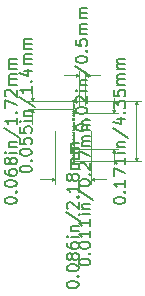
<source format=gbr>
%TF.GenerationSoftware,KiCad,Pcbnew,(6.0.9-0)*%
%TF.CreationDate,2022-12-01T16:18:30+01:00*%
%TF.ProjectId,Hlabs motor cotrol,486c6162-7320-46d6-9f74-6f7220636f74,rev?*%
%TF.SameCoordinates,Original*%
%TF.FileFunction,Other,Comment*%
%FSLAX46Y46*%
G04 Gerber Fmt 4.6, Leading zero omitted, Abs format (unit mm)*
G04 Created by KiCad (PCBNEW (6.0.9-0)) date 2022-12-01 16:18:30*
%MOMM*%
%LPD*%
G01*
G04 APERTURE LIST*
%ADD10C,0.150000*%
%ADD11C,0.002000*%
%ADD12C,0.100000*%
G04 APERTURE END LIST*
D10*
%TO.C,U1*%
X108852317Y-128511864D02*
X108852317Y-128416626D01*
X108899937Y-128321388D01*
X108947556Y-128273769D01*
X109042794Y-128226150D01*
X109233270Y-128178531D01*
X109471365Y-128178531D01*
X109661841Y-128226150D01*
X109757079Y-128273769D01*
X109804698Y-128321388D01*
X109852317Y-128416626D01*
X109852317Y-128511864D01*
X109804698Y-128607103D01*
X109757079Y-128654722D01*
X109661841Y-128702341D01*
X109471365Y-128749960D01*
X109233270Y-128749960D01*
X109042794Y-128702341D01*
X108947556Y-128654722D01*
X108899937Y-128607103D01*
X108852317Y-128511864D01*
X109757079Y-127749960D02*
X109804698Y-127702341D01*
X109852317Y-127749960D01*
X109804698Y-127797579D01*
X109757079Y-127749960D01*
X109852317Y-127749960D01*
X108852317Y-127083293D02*
X108852317Y-126988055D01*
X108899937Y-126892817D01*
X108947556Y-126845198D01*
X109042794Y-126797579D01*
X109233270Y-126749960D01*
X109471365Y-126749960D01*
X109661841Y-126797579D01*
X109757079Y-126845198D01*
X109804698Y-126892817D01*
X109852317Y-126988055D01*
X109852317Y-127083293D01*
X109804698Y-127178531D01*
X109757079Y-127226150D01*
X109661841Y-127273769D01*
X109471365Y-127321388D01*
X109233270Y-127321388D01*
X109042794Y-127273769D01*
X108947556Y-127226150D01*
X108899937Y-127178531D01*
X108852317Y-127083293D01*
X108852317Y-125845198D02*
X108852317Y-126321388D01*
X109328508Y-126369007D01*
X109280889Y-126321388D01*
X109233270Y-126226150D01*
X109233270Y-125988055D01*
X109280889Y-125892817D01*
X109328508Y-125845198D01*
X109423746Y-125797579D01*
X109661841Y-125797579D01*
X109757079Y-125845198D01*
X109804698Y-125892817D01*
X109852317Y-125988055D01*
X109852317Y-126226150D01*
X109804698Y-126321388D01*
X109757079Y-126369007D01*
X108852317Y-124892817D02*
X108852317Y-125369007D01*
X109328508Y-125416626D01*
X109280889Y-125369007D01*
X109233270Y-125273769D01*
X109233270Y-125035674D01*
X109280889Y-124940436D01*
X109328508Y-124892817D01*
X109423746Y-124845198D01*
X109661841Y-124845198D01*
X109757079Y-124892817D01*
X109804698Y-124940436D01*
X109852317Y-125035674D01*
X109852317Y-125273769D01*
X109804698Y-125369007D01*
X109757079Y-125416626D01*
X109852317Y-124416626D02*
X109185651Y-124416626D01*
X108852317Y-124416626D02*
X108899937Y-124464245D01*
X108947556Y-124416626D01*
X108899937Y-124369007D01*
X108852317Y-124416626D01*
X108947556Y-124416626D01*
X109185651Y-123940436D02*
X109852317Y-123940436D01*
X109280889Y-123940436D02*
X109233270Y-123892817D01*
X109185651Y-123797579D01*
X109185651Y-123654722D01*
X109233270Y-123559484D01*
X109328508Y-123511864D01*
X109852317Y-123511864D01*
X108804698Y-122321388D02*
X110090413Y-123178531D01*
X109852317Y-121464245D02*
X109852317Y-122035674D01*
X109852317Y-121749960D02*
X108852317Y-121749960D01*
X108995175Y-121845198D01*
X109090413Y-121940436D01*
X109138032Y-122035674D01*
X109757079Y-121035674D02*
X109804698Y-120988055D01*
X109852317Y-121035674D01*
X109804698Y-121083293D01*
X109757079Y-121035674D01*
X109852317Y-121035674D01*
X109185651Y-120130912D02*
X109852317Y-120130912D01*
X108804698Y-120369007D02*
X109518984Y-120607103D01*
X109518984Y-119988055D01*
X109852317Y-119607103D02*
X109185651Y-119607103D01*
X109280889Y-119607103D02*
X109233270Y-119559484D01*
X109185651Y-119464245D01*
X109185651Y-119321388D01*
X109233270Y-119226150D01*
X109328508Y-119178531D01*
X109852317Y-119178531D01*
X109328508Y-119178531D02*
X109233270Y-119130912D01*
X109185651Y-119035674D01*
X109185651Y-118892817D01*
X109233270Y-118797579D01*
X109328508Y-118749960D01*
X109852317Y-118749960D01*
X109852317Y-118273769D02*
X109185651Y-118273769D01*
X109280889Y-118273769D02*
X109233270Y-118226150D01*
X109185651Y-118130912D01*
X109185651Y-117988055D01*
X109233270Y-117892817D01*
X109328508Y-117845198D01*
X109852317Y-117845198D01*
X109328508Y-117845198D02*
X109233270Y-117797579D01*
X109185651Y-117702341D01*
X109185651Y-117559484D01*
X109233270Y-117464245D01*
X109328508Y-117416626D01*
X109852317Y-117416626D01*
X107582317Y-131163054D02*
X107582317Y-131067816D01*
X107629937Y-130972578D01*
X107677556Y-130924959D01*
X107772794Y-130877340D01*
X107963270Y-130829721D01*
X108201365Y-130829721D01*
X108391841Y-130877340D01*
X108487079Y-130924959D01*
X108534698Y-130972578D01*
X108582317Y-131067816D01*
X108582317Y-131163054D01*
X108534698Y-131258292D01*
X108487079Y-131305911D01*
X108391841Y-131353530D01*
X108201365Y-131401149D01*
X107963270Y-131401149D01*
X107772794Y-131353530D01*
X107677556Y-131305911D01*
X107629937Y-131258292D01*
X107582317Y-131163054D01*
X108487079Y-130401149D02*
X108534698Y-130353530D01*
X108582317Y-130401149D01*
X108534698Y-130448768D01*
X108487079Y-130401149D01*
X108582317Y-130401149D01*
X107582317Y-129734483D02*
X107582317Y-129639244D01*
X107629937Y-129544006D01*
X107677556Y-129496387D01*
X107772794Y-129448768D01*
X107963270Y-129401149D01*
X108201365Y-129401149D01*
X108391841Y-129448768D01*
X108487079Y-129496387D01*
X108534698Y-129544006D01*
X108582317Y-129639244D01*
X108582317Y-129734483D01*
X108534698Y-129829721D01*
X108487079Y-129877340D01*
X108391841Y-129924959D01*
X108201365Y-129972578D01*
X107963270Y-129972578D01*
X107772794Y-129924959D01*
X107677556Y-129877340D01*
X107629937Y-129829721D01*
X107582317Y-129734483D01*
X107582317Y-128544006D02*
X107582317Y-128734483D01*
X107629937Y-128829721D01*
X107677556Y-128877340D01*
X107820413Y-128972578D01*
X108010889Y-129020197D01*
X108391841Y-129020197D01*
X108487079Y-128972578D01*
X108534698Y-128924959D01*
X108582317Y-128829721D01*
X108582317Y-128639244D01*
X108534698Y-128544006D01*
X108487079Y-128496387D01*
X108391841Y-128448768D01*
X108153746Y-128448768D01*
X108058508Y-128496387D01*
X108010889Y-128544006D01*
X107963270Y-128639244D01*
X107963270Y-128829721D01*
X108010889Y-128924959D01*
X108058508Y-128972578D01*
X108153746Y-129020197D01*
X108010889Y-127877340D02*
X107963270Y-127972578D01*
X107915651Y-128020197D01*
X107820413Y-128067816D01*
X107772794Y-128067816D01*
X107677556Y-128020197D01*
X107629937Y-127972578D01*
X107582317Y-127877340D01*
X107582317Y-127686863D01*
X107629937Y-127591625D01*
X107677556Y-127544006D01*
X107772794Y-127496387D01*
X107820413Y-127496387D01*
X107915651Y-127544006D01*
X107963270Y-127591625D01*
X108010889Y-127686863D01*
X108010889Y-127877340D01*
X108058508Y-127972578D01*
X108106127Y-128020197D01*
X108201365Y-128067816D01*
X108391841Y-128067816D01*
X108487079Y-128020197D01*
X108534698Y-127972578D01*
X108582317Y-127877340D01*
X108582317Y-127686863D01*
X108534698Y-127591625D01*
X108487079Y-127544006D01*
X108391841Y-127496387D01*
X108201365Y-127496387D01*
X108106127Y-127544006D01*
X108058508Y-127591625D01*
X108010889Y-127686863D01*
X108582317Y-127067816D02*
X107915651Y-127067816D01*
X107582317Y-127067816D02*
X107629937Y-127115435D01*
X107677556Y-127067816D01*
X107629937Y-127020197D01*
X107582317Y-127067816D01*
X107677556Y-127067816D01*
X107915651Y-126591625D02*
X108582317Y-126591625D01*
X108010889Y-126591625D02*
X107963270Y-126544006D01*
X107915651Y-126448768D01*
X107915651Y-126305911D01*
X107963270Y-126210673D01*
X108058508Y-126163054D01*
X108582317Y-126163054D01*
X107534698Y-124972578D02*
X108820413Y-125829721D01*
X108582317Y-124115435D02*
X108582317Y-124686863D01*
X108582317Y-124401149D02*
X107582317Y-124401149D01*
X107725175Y-124496387D01*
X107820413Y-124591625D01*
X107868032Y-124686863D01*
X108487079Y-123686863D02*
X108534698Y-123639244D01*
X108582317Y-123686863D01*
X108534698Y-123734483D01*
X108487079Y-123686863D01*
X108582317Y-123686863D01*
X107582317Y-123305911D02*
X107582317Y-122639244D01*
X108582317Y-123067816D01*
X107677556Y-122305911D02*
X107629937Y-122258292D01*
X107582317Y-122163054D01*
X107582317Y-121924959D01*
X107629937Y-121829721D01*
X107677556Y-121782102D01*
X107772794Y-121734483D01*
X107868032Y-121734483D01*
X108010889Y-121782102D01*
X108582317Y-122353530D01*
X108582317Y-121734483D01*
X108582317Y-121305911D02*
X107915651Y-121305911D01*
X108010889Y-121305911D02*
X107963270Y-121258292D01*
X107915651Y-121163054D01*
X107915651Y-121020197D01*
X107963270Y-120924959D01*
X108058508Y-120877340D01*
X108582317Y-120877340D01*
X108058508Y-120877340D02*
X107963270Y-120829721D01*
X107915651Y-120734483D01*
X107915651Y-120591625D01*
X107963270Y-120496387D01*
X108058508Y-120448768D01*
X108582317Y-120448768D01*
X108582317Y-119972578D02*
X107915651Y-119972578D01*
X108010889Y-119972578D02*
X107963270Y-119924959D01*
X107915651Y-119829721D01*
X107915651Y-119686863D01*
X107963270Y-119591625D01*
X108058508Y-119544006D01*
X108582317Y-119544006D01*
X108058508Y-119544006D02*
X107963270Y-119496387D01*
X107915651Y-119401149D01*
X107915651Y-119258292D01*
X107963270Y-119163054D01*
X108058508Y-119115435D01*
X108582317Y-119115435D01*
X112815317Y-138301053D02*
X112815317Y-138205815D01*
X112862937Y-138110577D01*
X112910556Y-138062958D01*
X113005794Y-138015339D01*
X113196270Y-137967720D01*
X113434365Y-137967720D01*
X113624841Y-138015339D01*
X113720079Y-138062958D01*
X113767698Y-138110577D01*
X113815317Y-138205815D01*
X113815317Y-138301053D01*
X113767698Y-138396291D01*
X113720079Y-138443910D01*
X113624841Y-138491529D01*
X113434365Y-138539148D01*
X113196270Y-138539148D01*
X113005794Y-138491529D01*
X112910556Y-138443910D01*
X112862937Y-138396291D01*
X112815317Y-138301053D01*
X113720079Y-137539148D02*
X113767698Y-137491529D01*
X113815317Y-137539148D01*
X113767698Y-137586767D01*
X113720079Y-137539148D01*
X113815317Y-137539148D01*
X112815317Y-136872482D02*
X112815317Y-136777243D01*
X112862937Y-136682005D01*
X112910556Y-136634386D01*
X113005794Y-136586767D01*
X113196270Y-136539148D01*
X113434365Y-136539148D01*
X113624841Y-136586767D01*
X113720079Y-136634386D01*
X113767698Y-136682005D01*
X113815317Y-136777243D01*
X113815317Y-136872482D01*
X113767698Y-136967720D01*
X113720079Y-137015339D01*
X113624841Y-137062958D01*
X113434365Y-137110577D01*
X113196270Y-137110577D01*
X113005794Y-137062958D01*
X112910556Y-137015339D01*
X112862937Y-136967720D01*
X112815317Y-136872482D01*
X113243889Y-135967720D02*
X113196270Y-136062958D01*
X113148651Y-136110577D01*
X113053413Y-136158196D01*
X113005794Y-136158196D01*
X112910556Y-136110577D01*
X112862937Y-136062958D01*
X112815317Y-135967720D01*
X112815317Y-135777243D01*
X112862937Y-135682005D01*
X112910556Y-135634386D01*
X113005794Y-135586767D01*
X113053413Y-135586767D01*
X113148651Y-135634386D01*
X113196270Y-135682005D01*
X113243889Y-135777243D01*
X113243889Y-135967720D01*
X113291508Y-136062958D01*
X113339127Y-136110577D01*
X113434365Y-136158196D01*
X113624841Y-136158196D01*
X113720079Y-136110577D01*
X113767698Y-136062958D01*
X113815317Y-135967720D01*
X113815317Y-135777243D01*
X113767698Y-135682005D01*
X113720079Y-135634386D01*
X113624841Y-135586767D01*
X113434365Y-135586767D01*
X113339127Y-135634386D01*
X113291508Y-135682005D01*
X113243889Y-135777243D01*
X112815317Y-134729624D02*
X112815317Y-134920101D01*
X112862937Y-135015339D01*
X112910556Y-135062958D01*
X113053413Y-135158196D01*
X113243889Y-135205815D01*
X113624841Y-135205815D01*
X113720079Y-135158196D01*
X113767698Y-135110577D01*
X113815317Y-135015339D01*
X113815317Y-134824862D01*
X113767698Y-134729624D01*
X113720079Y-134682005D01*
X113624841Y-134634386D01*
X113386746Y-134634386D01*
X113291508Y-134682005D01*
X113243889Y-134729624D01*
X113196270Y-134824862D01*
X113196270Y-135015339D01*
X113243889Y-135110577D01*
X113291508Y-135158196D01*
X113386746Y-135205815D01*
X113815317Y-134205815D02*
X113148651Y-134205815D01*
X112815317Y-134205815D02*
X112862937Y-134253434D01*
X112910556Y-134205815D01*
X112862937Y-134158196D01*
X112815317Y-134205815D01*
X112910556Y-134205815D01*
X113148651Y-133729624D02*
X113815317Y-133729624D01*
X113243889Y-133729624D02*
X113196270Y-133682005D01*
X113148651Y-133586767D01*
X113148651Y-133443910D01*
X113196270Y-133348672D01*
X113291508Y-133301053D01*
X113815317Y-133301053D01*
X112767698Y-132110577D02*
X114053413Y-132967720D01*
X112910556Y-131824862D02*
X112862937Y-131777243D01*
X112815317Y-131682005D01*
X112815317Y-131443910D01*
X112862937Y-131348672D01*
X112910556Y-131301053D01*
X113005794Y-131253434D01*
X113101032Y-131253434D01*
X113243889Y-131301053D01*
X113815317Y-131872482D01*
X113815317Y-131253434D01*
X113720079Y-130824862D02*
X113767698Y-130777243D01*
X113815317Y-130824862D01*
X113767698Y-130872482D01*
X113720079Y-130824862D01*
X113815317Y-130824862D01*
X113815317Y-129824862D02*
X113815317Y-130396291D01*
X113815317Y-130110577D02*
X112815317Y-130110577D01*
X112958175Y-130205815D01*
X113053413Y-130301053D01*
X113101032Y-130396291D01*
X113243889Y-129253434D02*
X113196270Y-129348672D01*
X113148651Y-129396291D01*
X113053413Y-129443910D01*
X113005794Y-129443910D01*
X112910556Y-129396291D01*
X112862937Y-129348672D01*
X112815317Y-129253434D01*
X112815317Y-129062958D01*
X112862937Y-128967720D01*
X112910556Y-128920101D01*
X113005794Y-128872482D01*
X113053413Y-128872482D01*
X113148651Y-128920101D01*
X113196270Y-128967720D01*
X113243889Y-129062958D01*
X113243889Y-129253434D01*
X113291508Y-129348672D01*
X113339127Y-129396291D01*
X113434365Y-129443910D01*
X113624841Y-129443910D01*
X113720079Y-129396291D01*
X113767698Y-129348672D01*
X113815317Y-129253434D01*
X113815317Y-129062958D01*
X113767698Y-128967720D01*
X113720079Y-128920101D01*
X113624841Y-128872482D01*
X113434365Y-128872482D01*
X113339127Y-128920101D01*
X113291508Y-128967720D01*
X113243889Y-129062958D01*
X113815317Y-128443910D02*
X113148651Y-128443910D01*
X113243889Y-128443910D02*
X113196270Y-128396291D01*
X113148651Y-128301053D01*
X113148651Y-128158196D01*
X113196270Y-128062958D01*
X113291508Y-128015339D01*
X113815317Y-128015339D01*
X113291508Y-128015339D02*
X113196270Y-127967720D01*
X113148651Y-127872482D01*
X113148651Y-127729624D01*
X113196270Y-127634386D01*
X113291508Y-127586767D01*
X113815317Y-127586767D01*
X113815317Y-127110577D02*
X113148651Y-127110577D01*
X113243889Y-127110577D02*
X113196270Y-127062958D01*
X113148651Y-126967720D01*
X113148651Y-126824862D01*
X113196270Y-126729624D01*
X113291508Y-126682005D01*
X113815317Y-126682005D01*
X113291508Y-126682005D02*
X113196270Y-126634386D01*
X113148651Y-126539148D01*
X113148651Y-126396291D01*
X113196270Y-126301053D01*
X113291508Y-126253434D01*
X113815317Y-126253434D01*
X113815317Y-136386053D02*
X113815317Y-136290815D01*
X113862937Y-136195577D01*
X113910556Y-136147958D01*
X114005794Y-136100339D01*
X114196270Y-136052720D01*
X114434365Y-136052720D01*
X114624841Y-136100339D01*
X114720079Y-136147958D01*
X114767698Y-136195577D01*
X114815317Y-136290815D01*
X114815317Y-136386053D01*
X114767698Y-136481291D01*
X114720079Y-136528910D01*
X114624841Y-136576529D01*
X114434365Y-136624148D01*
X114196270Y-136624148D01*
X114005794Y-136576529D01*
X113910556Y-136528910D01*
X113862937Y-136481291D01*
X113815317Y-136386053D01*
X114720079Y-135624148D02*
X114767698Y-135576529D01*
X114815317Y-135624148D01*
X114767698Y-135671767D01*
X114720079Y-135624148D01*
X114815317Y-135624148D01*
X113815317Y-134957482D02*
X113815317Y-134862243D01*
X113862937Y-134767005D01*
X113910556Y-134719386D01*
X114005794Y-134671767D01*
X114196270Y-134624148D01*
X114434365Y-134624148D01*
X114624841Y-134671767D01*
X114720079Y-134719386D01*
X114767698Y-134767005D01*
X114815317Y-134862243D01*
X114815317Y-134957482D01*
X114767698Y-135052720D01*
X114720079Y-135100339D01*
X114624841Y-135147958D01*
X114434365Y-135195577D01*
X114196270Y-135195577D01*
X114005794Y-135147958D01*
X113910556Y-135100339D01*
X113862937Y-135052720D01*
X113815317Y-134957482D01*
X114815317Y-133671767D02*
X114815317Y-134243196D01*
X114815317Y-133957482D02*
X113815317Y-133957482D01*
X113958175Y-134052720D01*
X114053413Y-134147958D01*
X114101032Y-134243196D01*
X114815317Y-132719386D02*
X114815317Y-133290815D01*
X114815317Y-133005101D02*
X113815317Y-133005101D01*
X113958175Y-133100339D01*
X114053413Y-133195577D01*
X114101032Y-133290815D01*
X114815317Y-132290815D02*
X114148651Y-132290815D01*
X113815317Y-132290815D02*
X113862937Y-132338434D01*
X113910556Y-132290815D01*
X113862937Y-132243196D01*
X113815317Y-132290815D01*
X113910556Y-132290815D01*
X114148651Y-131814624D02*
X114815317Y-131814624D01*
X114243889Y-131814624D02*
X114196270Y-131767005D01*
X114148651Y-131671767D01*
X114148651Y-131528910D01*
X114196270Y-131433672D01*
X114291508Y-131386053D01*
X114815317Y-131386053D01*
X113767698Y-130195577D02*
X115053413Y-131052720D01*
X113815317Y-129671767D02*
X113815317Y-129576529D01*
X113862937Y-129481291D01*
X113910556Y-129433672D01*
X114005794Y-129386053D01*
X114196270Y-129338434D01*
X114434365Y-129338434D01*
X114624841Y-129386053D01*
X114720079Y-129433672D01*
X114767698Y-129481291D01*
X114815317Y-129576529D01*
X114815317Y-129671767D01*
X114767698Y-129767005D01*
X114720079Y-129814624D01*
X114624841Y-129862243D01*
X114434365Y-129909862D01*
X114196270Y-129909862D01*
X114005794Y-129862243D01*
X113910556Y-129814624D01*
X113862937Y-129767005D01*
X113815317Y-129671767D01*
X114720079Y-128909862D02*
X114767698Y-128862243D01*
X114815317Y-128909862D01*
X114767698Y-128957482D01*
X114720079Y-128909862D01*
X114815317Y-128909862D01*
X113910556Y-128481291D02*
X113862937Y-128433672D01*
X113815317Y-128338434D01*
X113815317Y-128100339D01*
X113862937Y-128005101D01*
X113910556Y-127957482D01*
X114005794Y-127909862D01*
X114101032Y-127909862D01*
X114243889Y-127957482D01*
X114815317Y-128528910D01*
X114815317Y-127909862D01*
X113815317Y-127576529D02*
X113815317Y-126909862D01*
X114815317Y-127338434D01*
X114815317Y-126528910D02*
X114148651Y-126528910D01*
X114243889Y-126528910D02*
X114196270Y-126481291D01*
X114148651Y-126386053D01*
X114148651Y-126243196D01*
X114196270Y-126147958D01*
X114291508Y-126100339D01*
X114815317Y-126100339D01*
X114291508Y-126100339D02*
X114196270Y-126052720D01*
X114148651Y-125957482D01*
X114148651Y-125814624D01*
X114196270Y-125719386D01*
X114291508Y-125671767D01*
X114815317Y-125671767D01*
X114815317Y-125195577D02*
X114148651Y-125195577D01*
X114243889Y-125195577D02*
X114196270Y-125147958D01*
X114148651Y-125052720D01*
X114148651Y-124909862D01*
X114196270Y-124814624D01*
X114291508Y-124767005D01*
X114815317Y-124767005D01*
X114291508Y-124767005D02*
X114196270Y-124719386D01*
X114148651Y-124624148D01*
X114148651Y-124481291D01*
X114196270Y-124386053D01*
X114291508Y-124338434D01*
X114815317Y-124338434D01*
X116778317Y-131163054D02*
X116778317Y-131067816D01*
X116825937Y-130972578D01*
X116873556Y-130924959D01*
X116968794Y-130877340D01*
X117159270Y-130829721D01*
X117397365Y-130829721D01*
X117587841Y-130877340D01*
X117683079Y-130924959D01*
X117730698Y-130972578D01*
X117778317Y-131067816D01*
X117778317Y-131163054D01*
X117730698Y-131258292D01*
X117683079Y-131305911D01*
X117587841Y-131353530D01*
X117397365Y-131401149D01*
X117159270Y-131401149D01*
X116968794Y-131353530D01*
X116873556Y-131305911D01*
X116825937Y-131258292D01*
X116778317Y-131163054D01*
X117683079Y-130401149D02*
X117730698Y-130353530D01*
X117778317Y-130401149D01*
X117730698Y-130448768D01*
X117683079Y-130401149D01*
X117778317Y-130401149D01*
X117778317Y-129401149D02*
X117778317Y-129972578D01*
X117778317Y-129686863D02*
X116778317Y-129686863D01*
X116921175Y-129782102D01*
X117016413Y-129877340D01*
X117064032Y-129972578D01*
X116778317Y-129067816D02*
X116778317Y-128401149D01*
X117778317Y-128829721D01*
X117778317Y-127496387D02*
X117778317Y-128067816D01*
X117778317Y-127782102D02*
X116778317Y-127782102D01*
X116921175Y-127877340D01*
X117016413Y-127972578D01*
X117064032Y-128067816D01*
X117778317Y-127067816D02*
X117111651Y-127067816D01*
X116778317Y-127067816D02*
X116825937Y-127115435D01*
X116873556Y-127067816D01*
X116825937Y-127020197D01*
X116778317Y-127067816D01*
X116873556Y-127067816D01*
X117111651Y-126591625D02*
X117778317Y-126591625D01*
X117206889Y-126591625D02*
X117159270Y-126544006D01*
X117111651Y-126448768D01*
X117111651Y-126305911D01*
X117159270Y-126210673D01*
X117254508Y-126163054D01*
X117778317Y-126163054D01*
X116730698Y-124972578D02*
X118016413Y-125829721D01*
X117111651Y-124210673D02*
X117778317Y-124210673D01*
X116730698Y-124448768D02*
X117444984Y-124686863D01*
X117444984Y-124067816D01*
X117683079Y-123686863D02*
X117730698Y-123639244D01*
X117778317Y-123686863D01*
X117730698Y-123734483D01*
X117683079Y-123686863D01*
X117778317Y-123686863D01*
X116778317Y-123305911D02*
X116778317Y-122686863D01*
X117159270Y-123020197D01*
X117159270Y-122877340D01*
X117206889Y-122782102D01*
X117254508Y-122734483D01*
X117349746Y-122686863D01*
X117587841Y-122686863D01*
X117683079Y-122734483D01*
X117730698Y-122782102D01*
X117778317Y-122877340D01*
X117778317Y-123163054D01*
X117730698Y-123258292D01*
X117683079Y-123305911D01*
X116778317Y-121782102D02*
X116778317Y-122258292D01*
X117254508Y-122305911D01*
X117206889Y-122258292D01*
X117159270Y-122163054D01*
X117159270Y-121924959D01*
X117206889Y-121829721D01*
X117254508Y-121782102D01*
X117349746Y-121734483D01*
X117587841Y-121734483D01*
X117683079Y-121782102D01*
X117730698Y-121829721D01*
X117778317Y-121924959D01*
X117778317Y-122163054D01*
X117730698Y-122258292D01*
X117683079Y-122305911D01*
X117778317Y-121305911D02*
X117111651Y-121305911D01*
X117206889Y-121305911D02*
X117159270Y-121258292D01*
X117111651Y-121163054D01*
X117111651Y-121020197D01*
X117159270Y-120924959D01*
X117254508Y-120877340D01*
X117778317Y-120877340D01*
X117254508Y-120877340D02*
X117159270Y-120829721D01*
X117111651Y-120734483D01*
X117111651Y-120591625D01*
X117159270Y-120496387D01*
X117254508Y-120448768D01*
X117778317Y-120448768D01*
X117778317Y-119972578D02*
X117111651Y-119972578D01*
X117206889Y-119972578D02*
X117159270Y-119924959D01*
X117111651Y-119829721D01*
X117111651Y-119686863D01*
X117159270Y-119591625D01*
X117254508Y-119544006D01*
X117778317Y-119544006D01*
X117254508Y-119544006D02*
X117159270Y-119496387D01*
X117111651Y-119401149D01*
X117111651Y-119258292D01*
X117159270Y-119163054D01*
X117254508Y-119115435D01*
X117778317Y-119115435D01*
X113565317Y-124987674D02*
X113565317Y-124892436D01*
X113612937Y-124797198D01*
X113660556Y-124749579D01*
X113755794Y-124701960D01*
X113946270Y-124654341D01*
X114184365Y-124654341D01*
X114374841Y-124701960D01*
X114470079Y-124749579D01*
X114517698Y-124797198D01*
X114565317Y-124892436D01*
X114565317Y-124987674D01*
X114517698Y-125082912D01*
X114470079Y-125130531D01*
X114374841Y-125178150D01*
X114184365Y-125225769D01*
X113946270Y-125225769D01*
X113755794Y-125178150D01*
X113660556Y-125130531D01*
X113612937Y-125082912D01*
X113565317Y-124987674D01*
X114470079Y-124225769D02*
X114517698Y-124178150D01*
X114565317Y-124225769D01*
X114517698Y-124273388D01*
X114470079Y-124225769D01*
X114565317Y-124225769D01*
X113565317Y-123559103D02*
X113565317Y-123463864D01*
X113612937Y-123368626D01*
X113660556Y-123321007D01*
X113755794Y-123273388D01*
X113946270Y-123225769D01*
X114184365Y-123225769D01*
X114374841Y-123273388D01*
X114470079Y-123321007D01*
X114517698Y-123368626D01*
X114565317Y-123463864D01*
X114565317Y-123559103D01*
X114517698Y-123654341D01*
X114470079Y-123701960D01*
X114374841Y-123749579D01*
X114184365Y-123797198D01*
X113946270Y-123797198D01*
X113755794Y-123749579D01*
X113660556Y-123701960D01*
X113612937Y-123654341D01*
X113565317Y-123559103D01*
X113660556Y-122844817D02*
X113612937Y-122797198D01*
X113565317Y-122701960D01*
X113565317Y-122463864D01*
X113612937Y-122368626D01*
X113660556Y-122321007D01*
X113755794Y-122273388D01*
X113851032Y-122273388D01*
X113993889Y-122321007D01*
X114565317Y-122892436D01*
X114565317Y-122273388D01*
X114565317Y-121844817D02*
X113898651Y-121844817D01*
X113565317Y-121844817D02*
X113612937Y-121892436D01*
X113660556Y-121844817D01*
X113612937Y-121797198D01*
X113565317Y-121844817D01*
X113660556Y-121844817D01*
X113898651Y-121368626D02*
X114565317Y-121368626D01*
X113993889Y-121368626D02*
X113946270Y-121321007D01*
X113898651Y-121225769D01*
X113898651Y-121082912D01*
X113946270Y-120987674D01*
X114041508Y-120940055D01*
X114565317Y-120940055D01*
X113517698Y-119749579D02*
X114803413Y-120606722D01*
X113565317Y-119225769D02*
X113565317Y-119130531D01*
X113612937Y-119035293D01*
X113660556Y-118987674D01*
X113755794Y-118940055D01*
X113946270Y-118892436D01*
X114184365Y-118892436D01*
X114374841Y-118940055D01*
X114470079Y-118987674D01*
X114517698Y-119035293D01*
X114565317Y-119130531D01*
X114565317Y-119225769D01*
X114517698Y-119321007D01*
X114470079Y-119368626D01*
X114374841Y-119416245D01*
X114184365Y-119463864D01*
X113946270Y-119463864D01*
X113755794Y-119416245D01*
X113660556Y-119368626D01*
X113612937Y-119321007D01*
X113565317Y-119225769D01*
X114470079Y-118463864D02*
X114517698Y-118416245D01*
X114565317Y-118463864D01*
X114517698Y-118511484D01*
X114470079Y-118463864D01*
X114565317Y-118463864D01*
X113565317Y-117511484D02*
X113565317Y-117987674D01*
X114041508Y-118035293D01*
X113993889Y-117987674D01*
X113946270Y-117892436D01*
X113946270Y-117654341D01*
X113993889Y-117559103D01*
X114041508Y-117511484D01*
X114136746Y-117463864D01*
X114374841Y-117463864D01*
X114470079Y-117511484D01*
X114517698Y-117559103D01*
X114565317Y-117654341D01*
X114565317Y-117892436D01*
X114517698Y-117987674D01*
X114470079Y-118035293D01*
X114565317Y-117035293D02*
X113898651Y-117035293D01*
X113993889Y-117035293D02*
X113946270Y-116987674D01*
X113898651Y-116892436D01*
X113898651Y-116749579D01*
X113946270Y-116654341D01*
X114041508Y-116606722D01*
X114565317Y-116606722D01*
X114041508Y-116606722D02*
X113946270Y-116559103D01*
X113898651Y-116463864D01*
X113898651Y-116321007D01*
X113946270Y-116225769D01*
X114041508Y-116178150D01*
X114565317Y-116178150D01*
X114565317Y-115701960D02*
X113898651Y-115701960D01*
X113993889Y-115701960D02*
X113946270Y-115654341D01*
X113898651Y-115559103D01*
X113898651Y-115416245D01*
X113946270Y-115321007D01*
X114041508Y-115273388D01*
X114565317Y-115273388D01*
X114041508Y-115273388D02*
X113946270Y-115225769D01*
X113898651Y-115130531D01*
X113898651Y-114987674D01*
X113946270Y-114892436D01*
X114041508Y-114844817D01*
X114565317Y-114844817D01*
D11*
X113408294Y-127880316D02*
X113414341Y-127886363D01*
X113420389Y-127904506D01*
X113420389Y-127916602D01*
X113414341Y-127934744D01*
X113402246Y-127946840D01*
X113390151Y-127952887D01*
X113365960Y-127958935D01*
X113347817Y-127958935D01*
X113323627Y-127952887D01*
X113311532Y-127946840D01*
X113299437Y-127934744D01*
X113293389Y-127916602D01*
X113293389Y-127904506D01*
X113299437Y-127886363D01*
X113305484Y-127880316D01*
X113420389Y-127807744D02*
X113414341Y-127819840D01*
X113408294Y-127825887D01*
X113396198Y-127831935D01*
X113359913Y-127831935D01*
X113347817Y-127825887D01*
X113341770Y-127819840D01*
X113335722Y-127807744D01*
X113335722Y-127789602D01*
X113341770Y-127777506D01*
X113347817Y-127771459D01*
X113359913Y-127765411D01*
X113396198Y-127765411D01*
X113408294Y-127771459D01*
X113414341Y-127777506D01*
X113420389Y-127789602D01*
X113420389Y-127807744D01*
X113335722Y-127710983D02*
X113462722Y-127710983D01*
X113341770Y-127710983D02*
X113335722Y-127698887D01*
X113335722Y-127674697D01*
X113341770Y-127662602D01*
X113347817Y-127656554D01*
X113359913Y-127650506D01*
X113396198Y-127650506D01*
X113408294Y-127656554D01*
X113414341Y-127662602D01*
X113420389Y-127674697D01*
X113420389Y-127698887D01*
X113414341Y-127710983D01*
X113335722Y-127608173D02*
X113420389Y-127577935D01*
X113335722Y-127547697D02*
X113420389Y-127577935D01*
X113450627Y-127590030D01*
X113456675Y-127596078D01*
X113462722Y-127608173D01*
X113420389Y-127499316D02*
X113335722Y-127499316D01*
X113359913Y-127499316D02*
X113347817Y-127493268D01*
X113341770Y-127487221D01*
X113335722Y-127475125D01*
X113335722Y-127463030D01*
X113420389Y-127420697D02*
X113335722Y-127420697D01*
X113293389Y-127420697D02*
X113299437Y-127426744D01*
X113305484Y-127420697D01*
X113299437Y-127414649D01*
X113293389Y-127420697D01*
X113305484Y-127420697D01*
X113335722Y-127305792D02*
X113438532Y-127305792D01*
X113450627Y-127311840D01*
X113456675Y-127317887D01*
X113462722Y-127329983D01*
X113462722Y-127348125D01*
X113456675Y-127360221D01*
X113414341Y-127305792D02*
X113420389Y-127317887D01*
X113420389Y-127342078D01*
X113414341Y-127354173D01*
X113408294Y-127360221D01*
X113396198Y-127366268D01*
X113359913Y-127366268D01*
X113347817Y-127360221D01*
X113341770Y-127354173D01*
X113335722Y-127342078D01*
X113335722Y-127317887D01*
X113341770Y-127305792D01*
X113420389Y-127245316D02*
X113293389Y-127245316D01*
X113420389Y-127190887D02*
X113353865Y-127190887D01*
X113341770Y-127196935D01*
X113335722Y-127209030D01*
X113335722Y-127227173D01*
X113341770Y-127239268D01*
X113347817Y-127245316D01*
X113335722Y-127148554D02*
X113335722Y-127100173D01*
X113293389Y-127130411D02*
X113402246Y-127130411D01*
X113414341Y-127124363D01*
X113420389Y-127112268D01*
X113420389Y-127100173D01*
X113305484Y-126967125D02*
X113299437Y-126961078D01*
X113293389Y-126948983D01*
X113293389Y-126918744D01*
X113299437Y-126906649D01*
X113305484Y-126900602D01*
X113317579Y-126894554D01*
X113329675Y-126894554D01*
X113347817Y-126900602D01*
X113420389Y-126973173D01*
X113420389Y-126894554D01*
X113293389Y-126815935D02*
X113293389Y-126803840D01*
X113299437Y-126791744D01*
X113305484Y-126785697D01*
X113317579Y-126779649D01*
X113341770Y-126773602D01*
X113372008Y-126773602D01*
X113396198Y-126779649D01*
X113408294Y-126785697D01*
X113414341Y-126791744D01*
X113420389Y-126803840D01*
X113420389Y-126815935D01*
X113414341Y-126828030D01*
X113408294Y-126834078D01*
X113396198Y-126840125D01*
X113372008Y-126846173D01*
X113341770Y-126846173D01*
X113317579Y-126840125D01*
X113305484Y-126834078D01*
X113299437Y-126828030D01*
X113293389Y-126815935D01*
X113305484Y-126725221D02*
X113299437Y-126719173D01*
X113293389Y-126707078D01*
X113293389Y-126676840D01*
X113299437Y-126664744D01*
X113305484Y-126658697D01*
X113317579Y-126652649D01*
X113329675Y-126652649D01*
X113347817Y-126658697D01*
X113420389Y-126731268D01*
X113420389Y-126652649D01*
X113420389Y-126531697D02*
X113420389Y-126604268D01*
X113420389Y-126567983D02*
X113293389Y-126567983D01*
X113311532Y-126580078D01*
X113323627Y-126592173D01*
X113329675Y-126604268D01*
X113384103Y-126386554D02*
X113384103Y-126326078D01*
X113420389Y-126398649D02*
X113293389Y-126356316D01*
X113420389Y-126313983D01*
X113414341Y-126217221D02*
X113420389Y-126229316D01*
X113420389Y-126253506D01*
X113414341Y-126265602D01*
X113408294Y-126271649D01*
X113396198Y-126277697D01*
X113359913Y-126277697D01*
X113347817Y-126271649D01*
X113341770Y-126265602D01*
X113335722Y-126253506D01*
X113335722Y-126229316D01*
X113341770Y-126217221D01*
X113414341Y-126108363D02*
X113420389Y-126120459D01*
X113420389Y-126144649D01*
X113414341Y-126156744D01*
X113408294Y-126162792D01*
X113396198Y-126168840D01*
X113359913Y-126168840D01*
X113347817Y-126162792D01*
X113341770Y-126156744D01*
X113335722Y-126144649D01*
X113335722Y-126120459D01*
X113341770Y-126108363D01*
X113414341Y-126005554D02*
X113420389Y-126017649D01*
X113420389Y-126041840D01*
X113414341Y-126053935D01*
X113402246Y-126059983D01*
X113353865Y-126059983D01*
X113341770Y-126053935D01*
X113335722Y-126041840D01*
X113335722Y-126017649D01*
X113341770Y-126005554D01*
X113353865Y-125999506D01*
X113365960Y-125999506D01*
X113378056Y-126059983D01*
X113420389Y-125926935D02*
X113414341Y-125939030D01*
X113402246Y-125945078D01*
X113293389Y-125945078D01*
X113414341Y-125830173D02*
X113420389Y-125842268D01*
X113420389Y-125866459D01*
X113414341Y-125878554D01*
X113402246Y-125884602D01*
X113353865Y-125884602D01*
X113341770Y-125878554D01*
X113335722Y-125866459D01*
X113335722Y-125842268D01*
X113341770Y-125830173D01*
X113353865Y-125824125D01*
X113365960Y-125824125D01*
X113378056Y-125884602D01*
X113420389Y-125769697D02*
X113335722Y-125769697D01*
X113359913Y-125769697D02*
X113347817Y-125763649D01*
X113341770Y-125757602D01*
X113335722Y-125745506D01*
X113335722Y-125733411D01*
X113420389Y-125636649D02*
X113353865Y-125636649D01*
X113341770Y-125642697D01*
X113335722Y-125654792D01*
X113335722Y-125678983D01*
X113341770Y-125691078D01*
X113414341Y-125636649D02*
X113420389Y-125648744D01*
X113420389Y-125678983D01*
X113414341Y-125691078D01*
X113402246Y-125697125D01*
X113390151Y-125697125D01*
X113378056Y-125691078D01*
X113372008Y-125678983D01*
X113372008Y-125648744D01*
X113365960Y-125636649D01*
X113335722Y-125594316D02*
X113335722Y-125545935D01*
X113293389Y-125576173D02*
X113402246Y-125576173D01*
X113414341Y-125570125D01*
X113420389Y-125558030D01*
X113420389Y-125545935D01*
X113414341Y-125455221D02*
X113420389Y-125467316D01*
X113420389Y-125491506D01*
X113414341Y-125503602D01*
X113402246Y-125509649D01*
X113353865Y-125509649D01*
X113341770Y-125503602D01*
X113335722Y-125491506D01*
X113335722Y-125467316D01*
X113341770Y-125455221D01*
X113353865Y-125449173D01*
X113365960Y-125449173D01*
X113378056Y-125509649D01*
X113420389Y-125340316D02*
X113293389Y-125340316D01*
X113414341Y-125340316D02*
X113420389Y-125352411D01*
X113420389Y-125376602D01*
X113414341Y-125388697D01*
X113408294Y-125394744D01*
X113396198Y-125400792D01*
X113359913Y-125400792D01*
X113347817Y-125394744D01*
X113341770Y-125388697D01*
X113335722Y-125376602D01*
X113335722Y-125352411D01*
X113341770Y-125340316D01*
X113420389Y-125183078D02*
X113293389Y-125183078D01*
X113293389Y-125152840D01*
X113299437Y-125134697D01*
X113311532Y-125122602D01*
X113323627Y-125116554D01*
X113347817Y-125110506D01*
X113365960Y-125110506D01*
X113390151Y-125116554D01*
X113402246Y-125122602D01*
X113414341Y-125134697D01*
X113420389Y-125152840D01*
X113420389Y-125183078D01*
X113414341Y-125007697D02*
X113420389Y-125019792D01*
X113420389Y-125043983D01*
X113414341Y-125056078D01*
X113402246Y-125062125D01*
X113353865Y-125062125D01*
X113341770Y-125056078D01*
X113335722Y-125043983D01*
X113335722Y-125019792D01*
X113341770Y-125007697D01*
X113353865Y-125001649D01*
X113365960Y-125001649D01*
X113378056Y-125062125D01*
X113414341Y-124953268D02*
X113420389Y-124941173D01*
X113420389Y-124916983D01*
X113414341Y-124904887D01*
X113402246Y-124898840D01*
X113396198Y-124898840D01*
X113384103Y-124904887D01*
X113378056Y-124916983D01*
X113378056Y-124935125D01*
X113372008Y-124947221D01*
X113359913Y-124953268D01*
X113353865Y-124953268D01*
X113341770Y-124947221D01*
X113335722Y-124935125D01*
X113335722Y-124916983D01*
X113341770Y-124904887D01*
X113420389Y-124844411D02*
X113335722Y-124844411D01*
X113293389Y-124844411D02*
X113299437Y-124850459D01*
X113305484Y-124844411D01*
X113299437Y-124838363D01*
X113293389Y-124844411D01*
X113305484Y-124844411D01*
X113335722Y-124729506D02*
X113438532Y-124729506D01*
X113450627Y-124735554D01*
X113456675Y-124741602D01*
X113462722Y-124753697D01*
X113462722Y-124771840D01*
X113456675Y-124783935D01*
X113414341Y-124729506D02*
X113420389Y-124741602D01*
X113420389Y-124765792D01*
X113414341Y-124777887D01*
X113408294Y-124783935D01*
X113396198Y-124789983D01*
X113359913Y-124789983D01*
X113347817Y-124783935D01*
X113341770Y-124777887D01*
X113335722Y-124765792D01*
X113335722Y-124741602D01*
X113341770Y-124729506D01*
X113335722Y-124669030D02*
X113420389Y-124669030D01*
X113347817Y-124669030D02*
X113341770Y-124662983D01*
X113335722Y-124650887D01*
X113335722Y-124632744D01*
X113341770Y-124620649D01*
X113353865Y-124614602D01*
X113420389Y-124614602D01*
X113414341Y-124560173D02*
X113420389Y-124548078D01*
X113420389Y-124523887D01*
X113414341Y-124511792D01*
X113402246Y-124505744D01*
X113396198Y-124505744D01*
X113384103Y-124511792D01*
X113378056Y-124523887D01*
X113378056Y-124542030D01*
X113372008Y-124554125D01*
X113359913Y-124560173D01*
X113353865Y-124560173D01*
X113341770Y-124554125D01*
X113335722Y-124542030D01*
X113335722Y-124523887D01*
X113341770Y-124511792D01*
X113408294Y-124451316D02*
X113414341Y-124445268D01*
X113420389Y-124451316D01*
X113414341Y-124457363D01*
X113408294Y-124451316D01*
X113420389Y-124451316D01*
X113384103Y-124300125D02*
X113384103Y-124239649D01*
X113420389Y-124312221D02*
X113293389Y-124269887D01*
X113420389Y-124227554D01*
X113420389Y-124167078D02*
X113414341Y-124179173D01*
X113402246Y-124185221D01*
X113293389Y-124185221D01*
X113420389Y-124100554D02*
X113414341Y-124112649D01*
X113402246Y-124118697D01*
X113293389Y-124118697D01*
X113420389Y-123955411D02*
X113335722Y-123955411D01*
X113359913Y-123955411D02*
X113347817Y-123949363D01*
X113341770Y-123943316D01*
X113335722Y-123931221D01*
X113335722Y-123919125D01*
X113420389Y-123876792D02*
X113335722Y-123876792D01*
X113293389Y-123876792D02*
X113299437Y-123882840D01*
X113305484Y-123876792D01*
X113299437Y-123870744D01*
X113293389Y-123876792D01*
X113305484Y-123876792D01*
X113335722Y-123761887D02*
X113438532Y-123761887D01*
X113450627Y-123767935D01*
X113456675Y-123773983D01*
X113462722Y-123786078D01*
X113462722Y-123804221D01*
X113456675Y-123816316D01*
X113414341Y-123761887D02*
X113420389Y-123773983D01*
X113420389Y-123798173D01*
X113414341Y-123810268D01*
X113408294Y-123816316D01*
X113396198Y-123822363D01*
X113359913Y-123822363D01*
X113347817Y-123816316D01*
X113341770Y-123810268D01*
X113335722Y-123798173D01*
X113335722Y-123773983D01*
X113341770Y-123761887D01*
X113420389Y-123701411D02*
X113293389Y-123701411D01*
X113420389Y-123646983D02*
X113353865Y-123646983D01*
X113341770Y-123653030D01*
X113335722Y-123665125D01*
X113335722Y-123683268D01*
X113341770Y-123695363D01*
X113347817Y-123701411D01*
X113335722Y-123604649D02*
X113335722Y-123556268D01*
X113293389Y-123586506D02*
X113402246Y-123586506D01*
X113414341Y-123580459D01*
X113420389Y-123568363D01*
X113420389Y-123556268D01*
X113414341Y-123519983D02*
X113420389Y-123507887D01*
X113420389Y-123483697D01*
X113414341Y-123471602D01*
X113402246Y-123465554D01*
X113396198Y-123465554D01*
X113384103Y-123471602D01*
X113378056Y-123483697D01*
X113378056Y-123501840D01*
X113372008Y-123513935D01*
X113359913Y-123519983D01*
X113353865Y-123519983D01*
X113341770Y-123513935D01*
X113335722Y-123501840D01*
X113335722Y-123483697D01*
X113341770Y-123471602D01*
X113420389Y-123314363D02*
X113335722Y-123314363D01*
X113359913Y-123314363D02*
X113347817Y-123308316D01*
X113341770Y-123302268D01*
X113335722Y-123290173D01*
X113335722Y-123278078D01*
X113414341Y-123187363D02*
X113420389Y-123199459D01*
X113420389Y-123223649D01*
X113414341Y-123235744D01*
X113402246Y-123241792D01*
X113353865Y-123241792D01*
X113341770Y-123235744D01*
X113335722Y-123223649D01*
X113335722Y-123199459D01*
X113341770Y-123187363D01*
X113353865Y-123181316D01*
X113365960Y-123181316D01*
X113378056Y-123241792D01*
X113414341Y-123132935D02*
X113420389Y-123120840D01*
X113420389Y-123096649D01*
X113414341Y-123084554D01*
X113402246Y-123078506D01*
X113396198Y-123078506D01*
X113384103Y-123084554D01*
X113378056Y-123096649D01*
X113378056Y-123114792D01*
X113372008Y-123126887D01*
X113359913Y-123132935D01*
X113353865Y-123132935D01*
X113341770Y-123126887D01*
X113335722Y-123114792D01*
X113335722Y-123096649D01*
X113341770Y-123084554D01*
X113414341Y-122975697D02*
X113420389Y-122987792D01*
X113420389Y-123011983D01*
X113414341Y-123024078D01*
X113402246Y-123030125D01*
X113353865Y-123030125D01*
X113341770Y-123024078D01*
X113335722Y-123011983D01*
X113335722Y-122987792D01*
X113341770Y-122975697D01*
X113353865Y-122969649D01*
X113365960Y-122969649D01*
X113378056Y-123030125D01*
X113420389Y-122915221D02*
X113335722Y-122915221D01*
X113359913Y-122915221D02*
X113347817Y-122909173D01*
X113341770Y-122903125D01*
X113335722Y-122891030D01*
X113335722Y-122878935D01*
X113335722Y-122848697D02*
X113420389Y-122818459D01*
X113335722Y-122788221D01*
X113414341Y-122691459D02*
X113420389Y-122703554D01*
X113420389Y-122727744D01*
X113414341Y-122739840D01*
X113402246Y-122745887D01*
X113353865Y-122745887D01*
X113341770Y-122739840D01*
X113335722Y-122727744D01*
X113335722Y-122703554D01*
X113341770Y-122691459D01*
X113353865Y-122685411D01*
X113365960Y-122685411D01*
X113378056Y-122745887D01*
X113420389Y-122576554D02*
X113293389Y-122576554D01*
X113414341Y-122576554D02*
X113420389Y-122588649D01*
X113420389Y-122612840D01*
X113414341Y-122624935D01*
X113408294Y-122630983D01*
X113396198Y-122637030D01*
X113359913Y-122637030D01*
X113347817Y-122630983D01*
X113341770Y-122624935D01*
X113335722Y-122612840D01*
X113335722Y-122588649D01*
X113341770Y-122576554D01*
X113408294Y-122516078D02*
X113414341Y-122510030D01*
X113420389Y-122516078D01*
X113414341Y-122522125D01*
X113408294Y-122516078D01*
X113420389Y-122516078D01*
D12*
X109907937Y-123409483D02*
X110034937Y-123663483D01*
X109907937Y-123409483D02*
X109907937Y-124679483D01*
X114912936Y-125234483D02*
X114912936Y-129705483D01*
X111558938Y-129197483D02*
X111558938Y-129451483D01*
X110034937Y-123663483D02*
X109780937Y-123663483D01*
X113862937Y-120519484D02*
X113608937Y-120646484D01*
X114912936Y-129324483D02*
X115166936Y-129197483D01*
X116817937Y-126784482D02*
X116690937Y-127038482D01*
X114362937Y-120519484D02*
X114616937Y-120646484D01*
X116817937Y-126784482D02*
X116817937Y-128054482D01*
X118722937Y-127759483D02*
X118849937Y-127505483D01*
X114362937Y-120519484D02*
X115632937Y-120519484D01*
X114912936Y-129324483D02*
X115166936Y-129451483D01*
X113362937Y-122709483D02*
X119103937Y-122709483D01*
X114616937Y-120392484D02*
X114616937Y-120646484D01*
X113362937Y-123684484D02*
X117198937Y-123684484D01*
X113862937Y-123059484D02*
X113862937Y-120138484D01*
X111812938Y-129324483D02*
X111558938Y-129451483D01*
X114362937Y-123059484D02*
X114362937Y-120138484D01*
X116817937Y-123684484D02*
X116944937Y-123430484D01*
X113362937Y-126784482D02*
X117198937Y-126784482D01*
X113362937Y-122709483D02*
X109526937Y-122709483D01*
X115166936Y-129197483D02*
X115166936Y-129451483D01*
X116817937Y-123684484D02*
X116690937Y-123430484D01*
X114362937Y-120519484D02*
X114616937Y-120392484D01*
X109907937Y-122709483D02*
X110034937Y-122455483D01*
X118722937Y-122709483D02*
X118849937Y-122963483D01*
X111812938Y-125234483D02*
X111812938Y-129705483D01*
X114912936Y-129324483D02*
X116182936Y-129324483D01*
X116944937Y-123430484D02*
X116690937Y-123430484D01*
X118849937Y-127505483D02*
X118595937Y-127505483D01*
X118849937Y-122963483D02*
X118595937Y-122963483D01*
X111812938Y-129324483D02*
X111558938Y-129197483D01*
X118722937Y-127759483D02*
X118595937Y-127505483D01*
X111812938Y-129324483D02*
X110542938Y-129324483D01*
X109907937Y-123409483D02*
X109780937Y-123663483D01*
X113862937Y-120519484D02*
X113608937Y-120392484D01*
X118722937Y-122709483D02*
X118722937Y-127759483D01*
X113362937Y-127759483D02*
X119103937Y-127759483D01*
X116817937Y-126784482D02*
X116944937Y-127038482D01*
X113608937Y-120392484D02*
X113608937Y-120646484D01*
X116944937Y-127038482D02*
X116690937Y-127038482D01*
X116817937Y-123684484D02*
X116817937Y-122414484D01*
X118722937Y-122709483D02*
X118595937Y-122963483D01*
X110034937Y-122455483D02*
X109780937Y-122455483D01*
X113362937Y-123409483D02*
X109526937Y-123409483D01*
X109907937Y-122709483D02*
X109780937Y-122455483D01*
X109907937Y-122709483D02*
X109907937Y-121439483D01*
X113862937Y-120519484D02*
X112592937Y-120519484D01*
%TD*%
M02*

</source>
